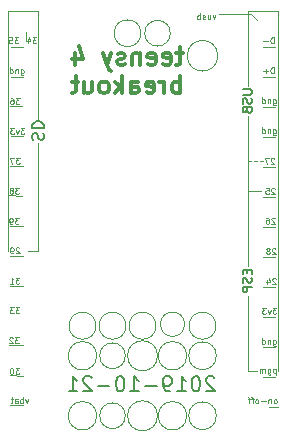
<source format=gbo>
G04 #@! TF.GenerationSoftware,KiCad,Pcbnew,(6.0.5)*
G04 #@! TF.CreationDate,2022-09-25T21:33:28+09:00*
G04 #@! TF.ProjectId,teensy4_header_breakout,7465656e-7379-4345-9f68-65616465725f,rev?*
G04 #@! TF.SameCoordinates,Original*
G04 #@! TF.FileFunction,Legend,Bot*
G04 #@! TF.FilePolarity,Positive*
%FSLAX46Y46*%
G04 Gerber Fmt 4.6, Leading zero omitted, Abs format (unit mm)*
G04 Created by KiCad (PCBNEW (6.0.5)) date 2022-09-25 21:33:28*
%MOMM*%
%LPD*%
G01*
G04 APERTURE LIST*
%ADD10C,0.120000*%
%ADD11C,0.127000*%
%ADD12C,0.076200*%
%ADD13C,0.203200*%
%ADD14C,0.300000*%
%ADD15C,0.150000*%
G04 APERTURE END LIST*
D10*
X156144828Y-114300000D02*
G75*
G03*
X156144828Y-114300000I-1204828J0D01*
G01*
X158565088Y-114300000D02*
G75*
G03*
X158565088Y-114300000I-1085088J0D01*
G01*
X161290000Y-114300000D02*
G75*
G03*
X161290000Y-114300000I-1270000J0D01*
G01*
X163764828Y-114300000D02*
G75*
G03*
X163764828Y-114300000I-1204828J0D01*
G01*
X166270882Y-114300000D02*
G75*
G03*
X166270882Y-114300000I-1170882J0D01*
G01*
X148590000Y-80010000D02*
X151130000Y-80010000D01*
X168910000Y-88900000D02*
X168910000Y-95250000D01*
X171450000Y-110490000D02*
X171450000Y-95250000D01*
X170078400Y-95250000D02*
X168910000Y-95250000D01*
X156083000Y-106680000D02*
G75*
G03*
X156083000Y-106680000I-1143000J0D01*
G01*
X171196000Y-108458000D02*
X170180000Y-108458000D01*
X149809200Y-88061800D02*
X148793200Y-88061800D01*
X171450000Y-80010000D02*
X171450000Y-95250000D01*
X148793200Y-110871000D02*
X149860000Y-110896400D01*
X168910000Y-95250000D02*
X168910000Y-101600000D01*
X171196000Y-88138000D02*
X170180000Y-88138000D01*
X168910000Y-80010000D02*
X171450000Y-80010000D01*
X171196000Y-90678000D02*
X170180000Y-90678000D01*
X168910000Y-80010000D02*
X168910000Y-86360000D01*
X149860000Y-90627200D02*
X148844000Y-90627200D01*
X156144828Y-109220000D02*
G75*
G03*
X156144828Y-109220000I-1204828J0D01*
G01*
X150876000Y-100330000D02*
X150317200Y-100330000D01*
X149860000Y-103276400D02*
X148767800Y-103276400D01*
X149860000Y-100761800D02*
X148793200Y-100761800D01*
X148844000Y-83058000D02*
X149860000Y-83058000D01*
X161163000Y-106680000D02*
G75*
G03*
X161163000Y-106680000I-1143000J0D01*
G01*
X151130000Y-100330000D02*
X151130000Y-91186000D01*
X169164000Y-80264000D02*
X169672000Y-80772000D01*
X171196000Y-110998000D02*
X170180000Y-110998000D01*
X148590000Y-100330000D02*
X148590000Y-80010000D01*
X171196000Y-105918000D02*
X170180000Y-105918000D01*
X166270882Y-109220000D02*
G75*
G03*
X166270882Y-109220000I-1170882J0D01*
G01*
X162375088Y-81915000D02*
G75*
G03*
X162375088Y-81915000I-1085088J0D01*
G01*
X166395151Y-83820000D02*
G75*
G03*
X166395151Y-83820000I-1295151J0D01*
G01*
X166497000Y-80264000D02*
X169164000Y-80264000D01*
X158565088Y-109220000D02*
G75*
G03*
X158565088Y-109220000I-1085088J0D01*
G01*
X149860000Y-93116400D02*
X148793200Y-93116400D01*
X149834600Y-95656400D02*
X148742400Y-95631000D01*
X149885400Y-98221800D02*
X148767800Y-98221800D01*
X171450000Y-113538000D02*
X170688000Y-113538000D01*
X171196000Y-85598000D02*
X170180000Y-85598000D01*
X171196000Y-83058000D02*
X170180000Y-83058000D01*
X161290000Y-109220000D02*
G75*
G03*
X161290000Y-109220000I-1270000J0D01*
G01*
X166243000Y-106680000D02*
G75*
G03*
X166243000Y-106680000I-1143000J0D01*
G01*
X171196000Y-93218000D02*
X170180000Y-93218000D01*
X151130000Y-80010000D02*
X151130000Y-89154000D01*
X148717000Y-108331000D02*
X149860000Y-108331000D01*
X148844000Y-85598000D02*
X149860000Y-85598000D01*
X171196000Y-100838000D02*
X170180000Y-100838000D01*
X159885923Y-81915000D02*
G75*
G03*
X159885923Y-81915000I-1135923J0D01*
G01*
X148767800Y-113385600D02*
X149910800Y-113385600D01*
X169926000Y-92710000D02*
X170180000Y-92710000D01*
X168910000Y-110490000D02*
X169722800Y-110490000D01*
X171196000Y-98298000D02*
X170180000Y-98298000D01*
X171196000Y-103378000D02*
X170180000Y-103378000D01*
X171196000Y-95758000D02*
X170180000Y-95758000D01*
X150876000Y-100330000D02*
X151130000Y-100330000D01*
X169418000Y-92710000D02*
X169672000Y-92710000D01*
X163764828Y-109220000D02*
G75*
G03*
X163764828Y-109220000I-1204828J0D01*
G01*
X168910000Y-92710000D02*
X169164000Y-92710000D01*
X168910000Y-110490000D02*
X168910000Y-104140000D01*
X158623000Y-106680000D02*
G75*
G03*
X158623000Y-106680000I-1143000J0D01*
G01*
X150114000Y-82550000D02*
X150114000Y-81788000D01*
X163583907Y-106553000D02*
G75*
G03*
X163583907Y-106553000I-1023907J0D01*
G01*
D11*
X168855571Y-101962857D02*
X168855571Y-102216857D01*
X169254714Y-102325714D02*
X169254714Y-101962857D01*
X168492714Y-101962857D01*
X168492714Y-102325714D01*
X169218428Y-102616000D02*
X169254714Y-102724857D01*
X169254714Y-102906285D01*
X169218428Y-102978857D01*
X169182142Y-103015142D01*
X169109571Y-103051428D01*
X169037000Y-103051428D01*
X168964428Y-103015142D01*
X168928142Y-102978857D01*
X168891857Y-102906285D01*
X168855571Y-102761142D01*
X168819285Y-102688571D01*
X168783000Y-102652285D01*
X168710428Y-102616000D01*
X168637857Y-102616000D01*
X168565285Y-102652285D01*
X168529000Y-102688571D01*
X168492714Y-102761142D01*
X168492714Y-102942571D01*
X168529000Y-103051428D01*
X169254714Y-103378000D02*
X168492714Y-103378000D01*
X168492714Y-103668285D01*
X168529000Y-103740857D01*
X168565285Y-103777142D01*
X168637857Y-103813428D01*
X168746714Y-103813428D01*
X168819285Y-103777142D01*
X168855571Y-103740857D01*
X168891857Y-103668285D01*
X168891857Y-103378000D01*
D12*
X171202047Y-95070990D02*
X171177857Y-95046800D01*
X171129476Y-95022609D01*
X171008523Y-95022609D01*
X170960142Y-95046800D01*
X170935952Y-95070990D01*
X170911761Y-95119371D01*
X170911761Y-95167752D01*
X170935952Y-95240323D01*
X171226238Y-95530609D01*
X170911761Y-95530609D01*
X170452142Y-95022609D02*
X170694047Y-95022609D01*
X170718238Y-95264514D01*
X170694047Y-95240323D01*
X170645666Y-95216133D01*
X170524714Y-95216133D01*
X170476333Y-95240323D01*
X170452142Y-95264514D01*
X170427952Y-95312895D01*
X170427952Y-95433847D01*
X170452142Y-95482228D01*
X170476333Y-95506419D01*
X170524714Y-95530609D01*
X170645666Y-95530609D01*
X170694047Y-95506419D01*
X170718238Y-95482228D01*
X171227447Y-97585590D02*
X171203257Y-97561400D01*
X171154876Y-97537209D01*
X171033923Y-97537209D01*
X170985542Y-97561400D01*
X170961352Y-97585590D01*
X170937161Y-97633971D01*
X170937161Y-97682352D01*
X170961352Y-97754923D01*
X171251638Y-98045209D01*
X170937161Y-98045209D01*
X170501733Y-97537209D02*
X170598495Y-97537209D01*
X170646876Y-97561400D01*
X170671066Y-97585590D01*
X170719447Y-97658161D01*
X170743638Y-97754923D01*
X170743638Y-97948447D01*
X170719447Y-97996828D01*
X170695257Y-98021019D01*
X170646876Y-98045209D01*
X170550114Y-98045209D01*
X170501733Y-98021019D01*
X170477542Y-97996828D01*
X170453352Y-97948447D01*
X170453352Y-97827495D01*
X170477542Y-97779114D01*
X170501733Y-97754923D01*
X170550114Y-97730733D01*
X170646876Y-97730733D01*
X170695257Y-97754923D01*
X170719447Y-97779114D01*
X170743638Y-97827495D01*
X171278247Y-100150990D02*
X171254057Y-100126800D01*
X171205676Y-100102609D01*
X171084723Y-100102609D01*
X171036342Y-100126800D01*
X171012152Y-100150990D01*
X170987961Y-100199371D01*
X170987961Y-100247752D01*
X171012152Y-100320323D01*
X171302438Y-100610609D01*
X170987961Y-100610609D01*
X170697676Y-100320323D02*
X170746057Y-100296133D01*
X170770247Y-100271942D01*
X170794438Y-100223561D01*
X170794438Y-100199371D01*
X170770247Y-100150990D01*
X170746057Y-100126800D01*
X170697676Y-100102609D01*
X170600914Y-100102609D01*
X170552533Y-100126800D01*
X170528342Y-100150990D01*
X170504152Y-100199371D01*
X170504152Y-100223561D01*
X170528342Y-100271942D01*
X170552533Y-100296133D01*
X170600914Y-100320323D01*
X170697676Y-100320323D01*
X170746057Y-100344514D01*
X170770247Y-100368704D01*
X170794438Y-100417085D01*
X170794438Y-100513847D01*
X170770247Y-100562228D01*
X170746057Y-100586419D01*
X170697676Y-100610609D01*
X170600914Y-100610609D01*
X170552533Y-100586419D01*
X170528342Y-100562228D01*
X170504152Y-100513847D01*
X170504152Y-100417085D01*
X170528342Y-100368704D01*
X170552533Y-100344514D01*
X170600914Y-100320323D01*
X171303647Y-102690990D02*
X171279457Y-102666800D01*
X171231076Y-102642609D01*
X171110123Y-102642609D01*
X171061742Y-102666800D01*
X171037552Y-102690990D01*
X171013361Y-102739371D01*
X171013361Y-102787752D01*
X171037552Y-102860323D01*
X171327838Y-103150609D01*
X171013361Y-103150609D01*
X170577933Y-102811942D02*
X170577933Y-103150609D01*
X170698885Y-102618419D02*
X170819838Y-102981276D01*
X170505361Y-102981276D01*
X171343561Y-105157209D02*
X171029085Y-105157209D01*
X171198419Y-105350733D01*
X171125847Y-105350733D01*
X171077466Y-105374923D01*
X171053276Y-105399114D01*
X171029085Y-105447495D01*
X171029085Y-105568447D01*
X171053276Y-105616828D01*
X171077466Y-105641019D01*
X171125847Y-105665209D01*
X171270990Y-105665209D01*
X171319371Y-105641019D01*
X171343561Y-105616828D01*
X170859752Y-105326542D02*
X170738800Y-105665209D01*
X170617847Y-105326542D01*
X170472704Y-105157209D02*
X170158228Y-105157209D01*
X170327561Y-105350733D01*
X170254990Y-105350733D01*
X170206609Y-105374923D01*
X170182419Y-105399114D01*
X170158228Y-105447495D01*
X170158228Y-105568447D01*
X170182419Y-105616828D01*
X170206609Y-105641019D01*
X170254990Y-105665209D01*
X170400133Y-105665209D01*
X170448514Y-105641019D01*
X170472704Y-105616828D01*
X171064161Y-107891942D02*
X171064161Y-108303180D01*
X171088352Y-108351561D01*
X171112542Y-108375752D01*
X171160923Y-108399942D01*
X171233495Y-108399942D01*
X171281876Y-108375752D01*
X171064161Y-108206419D02*
X171112542Y-108230609D01*
X171209304Y-108230609D01*
X171257685Y-108206419D01*
X171281876Y-108182228D01*
X171306066Y-108133847D01*
X171306066Y-107988704D01*
X171281876Y-107940323D01*
X171257685Y-107916133D01*
X171209304Y-107891942D01*
X171112542Y-107891942D01*
X171064161Y-107916133D01*
X170822257Y-107891942D02*
X170822257Y-108230609D01*
X170822257Y-107940323D02*
X170798066Y-107916133D01*
X170749685Y-107891942D01*
X170677114Y-107891942D01*
X170628733Y-107916133D01*
X170604542Y-107964514D01*
X170604542Y-108230609D01*
X170144923Y-108230609D02*
X170144923Y-107722609D01*
X170144923Y-108206419D02*
X170193304Y-108230609D01*
X170290066Y-108230609D01*
X170338447Y-108206419D01*
X170362638Y-108182228D01*
X170386828Y-108133847D01*
X170386828Y-107988704D01*
X170362638Y-107940323D01*
X170338447Y-107916133D01*
X170290066Y-107891942D01*
X170193304Y-107891942D01*
X170144923Y-107916133D01*
X171289133Y-110304942D02*
X171289133Y-110812942D01*
X171289133Y-110329133D02*
X171240752Y-110304942D01*
X171143990Y-110304942D01*
X171095609Y-110329133D01*
X171071419Y-110353323D01*
X171047228Y-110401704D01*
X171047228Y-110546847D01*
X171071419Y-110595228D01*
X171095609Y-110619419D01*
X171143990Y-110643609D01*
X171240752Y-110643609D01*
X171289133Y-110619419D01*
X170611800Y-110304942D02*
X170611800Y-110716180D01*
X170635990Y-110764561D01*
X170660180Y-110788752D01*
X170708561Y-110812942D01*
X170781133Y-110812942D01*
X170829514Y-110788752D01*
X170611800Y-110619419D02*
X170660180Y-110643609D01*
X170756942Y-110643609D01*
X170805323Y-110619419D01*
X170829514Y-110595228D01*
X170853704Y-110546847D01*
X170853704Y-110401704D01*
X170829514Y-110353323D01*
X170805323Y-110329133D01*
X170756942Y-110304942D01*
X170660180Y-110304942D01*
X170611800Y-110329133D01*
X170369895Y-110643609D02*
X170369895Y-110304942D01*
X170369895Y-110353323D02*
X170345704Y-110329133D01*
X170297323Y-110304942D01*
X170224752Y-110304942D01*
X170176371Y-110329133D01*
X170152180Y-110377514D01*
X170152180Y-110643609D01*
X170152180Y-110377514D02*
X170127990Y-110329133D01*
X170079609Y-110304942D01*
X170007038Y-110304942D01*
X169958657Y-110329133D01*
X169934466Y-110377514D01*
X169934466Y-110643609D01*
X171280666Y-113259809D02*
X171329047Y-113235619D01*
X171353238Y-113211428D01*
X171377428Y-113163047D01*
X171377428Y-113017904D01*
X171353238Y-112969523D01*
X171329047Y-112945333D01*
X171280666Y-112921142D01*
X171208095Y-112921142D01*
X171159714Y-112945333D01*
X171135523Y-112969523D01*
X171111333Y-113017904D01*
X171111333Y-113163047D01*
X171135523Y-113211428D01*
X171159714Y-113235619D01*
X171208095Y-113259809D01*
X171280666Y-113259809D01*
X170893619Y-112921142D02*
X170893619Y-113259809D01*
X170893619Y-112969523D02*
X170869428Y-112945333D01*
X170821047Y-112921142D01*
X170748476Y-112921142D01*
X170700095Y-112945333D01*
X170675904Y-112993714D01*
X170675904Y-113259809D01*
X170434000Y-113066285D02*
X170046952Y-113066285D01*
X169732476Y-113259809D02*
X169780857Y-113235619D01*
X169805047Y-113211428D01*
X169829238Y-113163047D01*
X169829238Y-113017904D01*
X169805047Y-112969523D01*
X169780857Y-112945333D01*
X169732476Y-112921142D01*
X169659904Y-112921142D01*
X169611523Y-112945333D01*
X169587333Y-112969523D01*
X169563142Y-113017904D01*
X169563142Y-113163047D01*
X169587333Y-113211428D01*
X169611523Y-113235619D01*
X169659904Y-113259809D01*
X169732476Y-113259809D01*
X169418000Y-112921142D02*
X169224476Y-112921142D01*
X169345428Y-113259809D02*
X169345428Y-112824380D01*
X169321238Y-112776000D01*
X169272857Y-112751809D01*
X169224476Y-112751809D01*
X169127714Y-112921142D02*
X168934190Y-112921142D01*
X169055142Y-113259809D02*
X169055142Y-112824380D01*
X169030952Y-112776000D01*
X168982571Y-112751809D01*
X168934190Y-112751809D01*
X171064161Y-87521142D02*
X171064161Y-87932380D01*
X171088352Y-87980761D01*
X171112542Y-88004952D01*
X171160923Y-88029142D01*
X171233495Y-88029142D01*
X171281876Y-88004952D01*
X171064161Y-87835619D02*
X171112542Y-87859809D01*
X171209304Y-87859809D01*
X171257685Y-87835619D01*
X171281876Y-87811428D01*
X171306066Y-87763047D01*
X171306066Y-87617904D01*
X171281876Y-87569523D01*
X171257685Y-87545333D01*
X171209304Y-87521142D01*
X171112542Y-87521142D01*
X171064161Y-87545333D01*
X170822257Y-87521142D02*
X170822257Y-87859809D01*
X170822257Y-87569523D02*
X170798066Y-87545333D01*
X170749685Y-87521142D01*
X170677114Y-87521142D01*
X170628733Y-87545333D01*
X170604542Y-87593714D01*
X170604542Y-87859809D01*
X170144923Y-87859809D02*
X170144923Y-87351809D01*
X170144923Y-87835619D02*
X170193304Y-87859809D01*
X170290066Y-87859809D01*
X170338447Y-87835619D01*
X170362638Y-87811428D01*
X170386828Y-87763047D01*
X170386828Y-87617904D01*
X170362638Y-87569523D01*
X170338447Y-87545333D01*
X170290066Y-87521142D01*
X170193304Y-87521142D01*
X170144923Y-87545333D01*
X171064161Y-90061142D02*
X171064161Y-90472380D01*
X171088352Y-90520761D01*
X171112542Y-90544952D01*
X171160923Y-90569142D01*
X171233495Y-90569142D01*
X171281876Y-90544952D01*
X171064161Y-90375619D02*
X171112542Y-90399809D01*
X171209304Y-90399809D01*
X171257685Y-90375619D01*
X171281876Y-90351428D01*
X171306066Y-90303047D01*
X171306066Y-90157904D01*
X171281876Y-90109523D01*
X171257685Y-90085333D01*
X171209304Y-90061142D01*
X171112542Y-90061142D01*
X171064161Y-90085333D01*
X170822257Y-90061142D02*
X170822257Y-90399809D01*
X170822257Y-90109523D02*
X170798066Y-90085333D01*
X170749685Y-90061142D01*
X170677114Y-90061142D01*
X170628733Y-90085333D01*
X170604542Y-90133714D01*
X170604542Y-90399809D01*
X170144923Y-90399809D02*
X170144923Y-89891809D01*
X170144923Y-90375619D02*
X170193304Y-90399809D01*
X170290066Y-90399809D01*
X170338447Y-90375619D01*
X170362638Y-90351428D01*
X170386828Y-90303047D01*
X170386828Y-90157904D01*
X170362638Y-90109523D01*
X170338447Y-90085333D01*
X170290066Y-90061142D01*
X170193304Y-90061142D01*
X170144923Y-90085333D01*
X171135523Y-85319809D02*
X171135523Y-84811809D01*
X171014571Y-84811809D01*
X170942000Y-84836000D01*
X170893619Y-84884380D01*
X170869428Y-84932761D01*
X170845238Y-85029523D01*
X170845238Y-85102095D01*
X170869428Y-85198857D01*
X170893619Y-85247238D01*
X170942000Y-85295619D01*
X171014571Y-85319809D01*
X171135523Y-85319809D01*
X170627523Y-85126285D02*
X170240476Y-85126285D01*
X170434000Y-85319809D02*
X170434000Y-84932761D01*
X171135523Y-82779809D02*
X171135523Y-82271809D01*
X171014571Y-82271809D01*
X170942000Y-82296000D01*
X170893619Y-82344380D01*
X170869428Y-82392761D01*
X170845238Y-82489523D01*
X170845238Y-82562095D01*
X170869428Y-82658857D01*
X170893619Y-82707238D01*
X170942000Y-82755619D01*
X171014571Y-82779809D01*
X171135523Y-82779809D01*
X170627523Y-82586285D02*
X170240476Y-82586285D01*
X166190990Y-80409142D02*
X166070038Y-80747809D01*
X165949085Y-80409142D01*
X165537847Y-80409142D02*
X165537847Y-80747809D01*
X165755561Y-80409142D02*
X165755561Y-80675238D01*
X165731371Y-80723619D01*
X165682990Y-80747809D01*
X165610419Y-80747809D01*
X165562038Y-80723619D01*
X165537847Y-80699428D01*
X165320133Y-80723619D02*
X165271752Y-80747809D01*
X165174990Y-80747809D01*
X165126609Y-80723619D01*
X165102419Y-80675238D01*
X165102419Y-80651047D01*
X165126609Y-80602666D01*
X165174990Y-80578476D01*
X165247561Y-80578476D01*
X165295942Y-80554285D01*
X165320133Y-80505904D01*
X165320133Y-80481714D01*
X165295942Y-80433333D01*
X165247561Y-80409142D01*
X165174990Y-80409142D01*
X165126609Y-80433333D01*
X164884704Y-80747809D02*
X164884704Y-80239809D01*
X164884704Y-80433333D02*
X164836323Y-80409142D01*
X164739561Y-80409142D01*
X164691180Y-80433333D01*
X164666990Y-80457523D01*
X164642800Y-80505904D01*
X164642800Y-80651047D01*
X164666990Y-80699428D01*
X164691180Y-80723619D01*
X164739561Y-80747809D01*
X164836323Y-80747809D01*
X164884704Y-80723619D01*
X149702761Y-84981142D02*
X149702761Y-85392380D01*
X149726952Y-85440761D01*
X149751142Y-85464952D01*
X149799523Y-85489142D01*
X149872095Y-85489142D01*
X149920476Y-85464952D01*
X149702761Y-85295619D02*
X149751142Y-85319809D01*
X149847904Y-85319809D01*
X149896285Y-85295619D01*
X149920476Y-85271428D01*
X149944666Y-85223047D01*
X149944666Y-85077904D01*
X149920476Y-85029523D01*
X149896285Y-85005333D01*
X149847904Y-84981142D01*
X149751142Y-84981142D01*
X149702761Y-85005333D01*
X149460857Y-84981142D02*
X149460857Y-85319809D01*
X149460857Y-85029523D02*
X149436666Y-85005333D01*
X149388285Y-84981142D01*
X149315714Y-84981142D01*
X149267333Y-85005333D01*
X149243142Y-85053714D01*
X149243142Y-85319809D01*
X148783523Y-85319809D02*
X148783523Y-84811809D01*
X148783523Y-85295619D02*
X148831904Y-85319809D01*
X148928666Y-85319809D01*
X148977047Y-85295619D01*
X149001238Y-85271428D01*
X149025428Y-85223047D01*
X149025428Y-85077904D01*
X149001238Y-85029523D01*
X148977047Y-85005333D01*
X148928666Y-84981142D01*
X148831904Y-84981142D01*
X148783523Y-85005333D01*
X149509238Y-82271809D02*
X149194761Y-82271809D01*
X149364095Y-82465333D01*
X149291523Y-82465333D01*
X149243142Y-82489523D01*
X149218952Y-82513714D01*
X149194761Y-82562095D01*
X149194761Y-82683047D01*
X149218952Y-82731428D01*
X149243142Y-82755619D01*
X149291523Y-82779809D01*
X149436666Y-82779809D01*
X149485047Y-82755619D01*
X149509238Y-82731428D01*
X148735142Y-82271809D02*
X148977047Y-82271809D01*
X149001238Y-82513714D01*
X148977047Y-82489523D01*
X148928666Y-82465333D01*
X148807714Y-82465333D01*
X148759333Y-82489523D01*
X148735142Y-82513714D01*
X148710952Y-82562095D01*
X148710952Y-82683047D01*
X148735142Y-82731428D01*
X148759333Y-82755619D01*
X148807714Y-82779809D01*
X148928666Y-82779809D01*
X148977047Y-82755619D01*
X149001238Y-82731428D01*
X151033238Y-82271809D02*
X150718761Y-82271809D01*
X150888095Y-82465333D01*
X150815523Y-82465333D01*
X150767142Y-82489523D01*
X150742952Y-82513714D01*
X150718761Y-82562095D01*
X150718761Y-82683047D01*
X150742952Y-82731428D01*
X150767142Y-82755619D01*
X150815523Y-82779809D01*
X150960666Y-82779809D01*
X151009047Y-82755619D01*
X151033238Y-82731428D01*
X150283333Y-82441142D02*
X150283333Y-82779809D01*
X150404285Y-82247619D02*
X150525238Y-82610476D01*
X150210761Y-82610476D01*
X150007561Y-89942609D02*
X149693085Y-89942609D01*
X149862419Y-90136133D01*
X149789847Y-90136133D01*
X149741466Y-90160323D01*
X149717276Y-90184514D01*
X149693085Y-90232895D01*
X149693085Y-90353847D01*
X149717276Y-90402228D01*
X149741466Y-90426419D01*
X149789847Y-90450609D01*
X149934990Y-90450609D01*
X149983371Y-90426419D01*
X150007561Y-90402228D01*
X149523752Y-90111942D02*
X149402800Y-90450609D01*
X149281847Y-90111942D01*
X149136704Y-89942609D02*
X148822228Y-89942609D01*
X148991561Y-90136133D01*
X148918990Y-90136133D01*
X148870609Y-90160323D01*
X148846419Y-90184514D01*
X148822228Y-90232895D01*
X148822228Y-90353847D01*
X148846419Y-90402228D01*
X148870609Y-90426419D01*
X148918990Y-90450609D01*
X149064133Y-90450609D01*
X149112514Y-90426419D01*
X149136704Y-90402228D01*
X149610838Y-92457209D02*
X149296361Y-92457209D01*
X149465695Y-92650733D01*
X149393123Y-92650733D01*
X149344742Y-92674923D01*
X149320552Y-92699114D01*
X149296361Y-92747495D01*
X149296361Y-92868447D01*
X149320552Y-92916828D01*
X149344742Y-92941019D01*
X149393123Y-92965209D01*
X149538266Y-92965209D01*
X149586647Y-92941019D01*
X149610838Y-92916828D01*
X149127028Y-92457209D02*
X148788361Y-92457209D01*
X149006076Y-92965209D01*
X149560038Y-94997209D02*
X149245561Y-94997209D01*
X149414895Y-95190733D01*
X149342323Y-95190733D01*
X149293942Y-95214923D01*
X149269752Y-95239114D01*
X149245561Y-95287495D01*
X149245561Y-95408447D01*
X149269752Y-95456828D01*
X149293942Y-95481019D01*
X149342323Y-95505209D01*
X149487466Y-95505209D01*
X149535847Y-95481019D01*
X149560038Y-95456828D01*
X148955276Y-95214923D02*
X149003657Y-95190733D01*
X149027847Y-95166542D01*
X149052038Y-95118161D01*
X149052038Y-95093971D01*
X149027847Y-95045590D01*
X149003657Y-95021400D01*
X148955276Y-94997209D01*
X148858514Y-94997209D01*
X148810133Y-95021400D01*
X148785942Y-95045590D01*
X148761752Y-95093971D01*
X148761752Y-95118161D01*
X148785942Y-95166542D01*
X148810133Y-95190733D01*
X148858514Y-95214923D01*
X148955276Y-95214923D01*
X149003657Y-95239114D01*
X149027847Y-95263304D01*
X149052038Y-95311685D01*
X149052038Y-95408447D01*
X149027847Y-95456828D01*
X149003657Y-95481019D01*
X148955276Y-95505209D01*
X148858514Y-95505209D01*
X148810133Y-95481019D01*
X148785942Y-95456828D01*
X148761752Y-95408447D01*
X148761752Y-95311685D01*
X148785942Y-95263304D01*
X148810133Y-95239114D01*
X148858514Y-95214923D01*
X149534638Y-97562609D02*
X149220161Y-97562609D01*
X149389495Y-97756133D01*
X149316923Y-97756133D01*
X149268542Y-97780323D01*
X149244352Y-97804514D01*
X149220161Y-97852895D01*
X149220161Y-97973847D01*
X149244352Y-98022228D01*
X149268542Y-98046419D01*
X149316923Y-98070609D01*
X149462066Y-98070609D01*
X149510447Y-98046419D01*
X149534638Y-98022228D01*
X148978257Y-98070609D02*
X148881495Y-98070609D01*
X148833114Y-98046419D01*
X148808923Y-98022228D01*
X148760542Y-97949657D01*
X148736352Y-97852895D01*
X148736352Y-97659371D01*
X148760542Y-97610990D01*
X148784733Y-97586800D01*
X148833114Y-97562609D01*
X148929876Y-97562609D01*
X148978257Y-97586800D01*
X149002447Y-97610990D01*
X149026638Y-97659371D01*
X149026638Y-97780323D01*
X149002447Y-97828704D01*
X148978257Y-97852895D01*
X148929876Y-97877085D01*
X148833114Y-97877085D01*
X148784733Y-97852895D01*
X148760542Y-97828704D01*
X148736352Y-97780323D01*
X149586647Y-100100190D02*
X149562457Y-100076000D01*
X149514076Y-100051809D01*
X149393123Y-100051809D01*
X149344742Y-100076000D01*
X149320552Y-100100190D01*
X149296361Y-100148571D01*
X149296361Y-100196952D01*
X149320552Y-100269523D01*
X149610838Y-100559809D01*
X149296361Y-100559809D01*
X149054457Y-100559809D02*
X148957695Y-100559809D01*
X148909314Y-100535619D01*
X148885123Y-100511428D01*
X148836742Y-100438857D01*
X148812552Y-100342095D01*
X148812552Y-100148571D01*
X148836742Y-100100190D01*
X148860933Y-100076000D01*
X148909314Y-100051809D01*
X149006076Y-100051809D01*
X149054457Y-100076000D01*
X149078647Y-100100190D01*
X149102838Y-100148571D01*
X149102838Y-100269523D01*
X149078647Y-100317904D01*
X149054457Y-100342095D01*
X149006076Y-100366285D01*
X148909314Y-100366285D01*
X148860933Y-100342095D01*
X148836742Y-100317904D01*
X148812552Y-100269523D01*
X149585438Y-102617209D02*
X149270961Y-102617209D01*
X149440295Y-102810733D01*
X149367723Y-102810733D01*
X149319342Y-102834923D01*
X149295152Y-102859114D01*
X149270961Y-102907495D01*
X149270961Y-103028447D01*
X149295152Y-103076828D01*
X149319342Y-103101019D01*
X149367723Y-103125209D01*
X149512866Y-103125209D01*
X149561247Y-103101019D01*
X149585438Y-103076828D01*
X148787152Y-103125209D02*
X149077438Y-103125209D01*
X148932295Y-103125209D02*
X148932295Y-102617209D01*
X148980676Y-102689780D01*
X149029057Y-102738161D01*
X149077438Y-102762352D01*
X149585438Y-105131809D02*
X149270961Y-105131809D01*
X149440295Y-105325333D01*
X149367723Y-105325333D01*
X149319342Y-105349523D01*
X149295152Y-105373714D01*
X149270961Y-105422095D01*
X149270961Y-105543047D01*
X149295152Y-105591428D01*
X149319342Y-105615619D01*
X149367723Y-105639809D01*
X149512866Y-105639809D01*
X149561247Y-105615619D01*
X149585438Y-105591428D01*
X149101628Y-105131809D02*
X148787152Y-105131809D01*
X148956485Y-105325333D01*
X148883914Y-105325333D01*
X148835533Y-105349523D01*
X148811342Y-105373714D01*
X148787152Y-105422095D01*
X148787152Y-105543047D01*
X148811342Y-105591428D01*
X148835533Y-105615619D01*
X148883914Y-105639809D01*
X149029057Y-105639809D01*
X149077438Y-105615619D01*
X149101628Y-105591428D01*
X149534638Y-107671809D02*
X149220161Y-107671809D01*
X149389495Y-107865333D01*
X149316923Y-107865333D01*
X149268542Y-107889523D01*
X149244352Y-107913714D01*
X149220161Y-107962095D01*
X149220161Y-108083047D01*
X149244352Y-108131428D01*
X149268542Y-108155619D01*
X149316923Y-108179809D01*
X149462066Y-108179809D01*
X149510447Y-108155619D01*
X149534638Y-108131428D01*
X149026638Y-107720190D02*
X149002447Y-107696000D01*
X148954066Y-107671809D01*
X148833114Y-107671809D01*
X148784733Y-107696000D01*
X148760542Y-107720190D01*
X148736352Y-107768571D01*
X148736352Y-107816952D01*
X148760542Y-107889523D01*
X149050828Y-108179809D01*
X148736352Y-108179809D01*
X149585438Y-110262609D02*
X149270961Y-110262609D01*
X149440295Y-110456133D01*
X149367723Y-110456133D01*
X149319342Y-110480323D01*
X149295152Y-110504514D01*
X149270961Y-110552895D01*
X149270961Y-110673847D01*
X149295152Y-110722228D01*
X149319342Y-110746419D01*
X149367723Y-110770609D01*
X149512866Y-110770609D01*
X149561247Y-110746419D01*
X149585438Y-110722228D01*
X148956485Y-110262609D02*
X148908104Y-110262609D01*
X148859723Y-110286800D01*
X148835533Y-110310990D01*
X148811342Y-110359371D01*
X148787152Y-110456133D01*
X148787152Y-110577085D01*
X148811342Y-110673847D01*
X148835533Y-110722228D01*
X148859723Y-110746419D01*
X148908104Y-110770609D01*
X148956485Y-110770609D01*
X149004866Y-110746419D01*
X149029057Y-110722228D01*
X149053247Y-110673847D01*
X149077438Y-110577085D01*
X149077438Y-110456133D01*
X149053247Y-110359371D01*
X149029057Y-110310990D01*
X149004866Y-110286800D01*
X148956485Y-110262609D01*
X150331714Y-112895742D02*
X150210761Y-113234409D01*
X150089809Y-112895742D01*
X149896285Y-113234409D02*
X149896285Y-112726409D01*
X149896285Y-112919933D02*
X149847904Y-112895742D01*
X149751142Y-112895742D01*
X149702761Y-112919933D01*
X149678571Y-112944123D01*
X149654380Y-112992504D01*
X149654380Y-113137647D01*
X149678571Y-113186028D01*
X149702761Y-113210219D01*
X149751142Y-113234409D01*
X149847904Y-113234409D01*
X149896285Y-113210219D01*
X149218952Y-113234409D02*
X149218952Y-112968314D01*
X149243142Y-112919933D01*
X149291523Y-112895742D01*
X149388285Y-112895742D01*
X149436666Y-112919933D01*
X149218952Y-113210219D02*
X149267333Y-113234409D01*
X149388285Y-113234409D01*
X149436666Y-113210219D01*
X149460857Y-113161838D01*
X149460857Y-113113457D01*
X149436666Y-113065076D01*
X149388285Y-113040885D01*
X149267333Y-113040885D01*
X149218952Y-113016695D01*
X149049619Y-112895742D02*
X148856095Y-112895742D01*
X148977047Y-112726409D02*
X148977047Y-113161838D01*
X148952857Y-113210219D01*
X148904476Y-113234409D01*
X148856095Y-113234409D01*
X149610838Y-87402609D02*
X149296361Y-87402609D01*
X149465695Y-87596133D01*
X149393123Y-87596133D01*
X149344742Y-87620323D01*
X149320552Y-87644514D01*
X149296361Y-87692895D01*
X149296361Y-87813847D01*
X149320552Y-87862228D01*
X149344742Y-87886419D01*
X149393123Y-87910609D01*
X149538266Y-87910609D01*
X149586647Y-87886419D01*
X149610838Y-87862228D01*
X148860933Y-87402609D02*
X148957695Y-87402609D01*
X149006076Y-87426800D01*
X149030266Y-87450990D01*
X149078647Y-87523561D01*
X149102838Y-87620323D01*
X149102838Y-87813847D01*
X149078647Y-87862228D01*
X149054457Y-87886419D01*
X149006076Y-87910609D01*
X148909314Y-87910609D01*
X148860933Y-87886419D01*
X148836742Y-87862228D01*
X148812552Y-87813847D01*
X148812552Y-87692895D01*
X148836742Y-87644514D01*
X148860933Y-87620323D01*
X148909314Y-87596133D01*
X149006076Y-87596133D01*
X149054457Y-87620323D01*
X149078647Y-87644514D01*
X149102838Y-87692895D01*
X171151247Y-92530990D02*
X171127057Y-92506800D01*
X171078676Y-92482609D01*
X170957723Y-92482609D01*
X170909342Y-92506800D01*
X170885152Y-92530990D01*
X170860961Y-92579371D01*
X170860961Y-92627752D01*
X170885152Y-92700323D01*
X171175438Y-92990609D01*
X170860961Y-92990609D01*
X170691628Y-92482609D02*
X170352961Y-92482609D01*
X170570676Y-92990609D01*
D13*
X166112371Y-111083876D02*
X166051895Y-111023400D01*
X165930942Y-110962923D01*
X165628561Y-110962923D01*
X165507609Y-111023400D01*
X165447133Y-111083876D01*
X165386657Y-111204828D01*
X165386657Y-111325780D01*
X165447133Y-111507209D01*
X166172847Y-112232923D01*
X165386657Y-112232923D01*
X164600466Y-110962923D02*
X164479514Y-110962923D01*
X164358561Y-111023400D01*
X164298085Y-111083876D01*
X164237609Y-111204828D01*
X164177133Y-111446733D01*
X164177133Y-111749114D01*
X164237609Y-111991019D01*
X164298085Y-112111971D01*
X164358561Y-112172447D01*
X164479514Y-112232923D01*
X164600466Y-112232923D01*
X164721419Y-112172447D01*
X164781895Y-112111971D01*
X164842371Y-111991019D01*
X164902847Y-111749114D01*
X164902847Y-111446733D01*
X164842371Y-111204828D01*
X164781895Y-111083876D01*
X164721419Y-111023400D01*
X164600466Y-110962923D01*
X162967609Y-112232923D02*
X163693323Y-112232923D01*
X163330466Y-112232923D02*
X163330466Y-110962923D01*
X163451419Y-111144352D01*
X163572371Y-111265304D01*
X163693323Y-111325780D01*
X162362847Y-112232923D02*
X162120942Y-112232923D01*
X161999990Y-112172447D01*
X161939514Y-112111971D01*
X161818561Y-111930542D01*
X161758085Y-111688638D01*
X161758085Y-111204828D01*
X161818561Y-111083876D01*
X161879038Y-111023400D01*
X161999990Y-110962923D01*
X162241895Y-110962923D01*
X162362847Y-111023400D01*
X162423323Y-111083876D01*
X162483800Y-111204828D01*
X162483800Y-111507209D01*
X162423323Y-111628161D01*
X162362847Y-111688638D01*
X162241895Y-111749114D01*
X161999990Y-111749114D01*
X161879038Y-111688638D01*
X161818561Y-111628161D01*
X161758085Y-111507209D01*
X161213800Y-111749114D02*
X160246180Y-111749114D01*
X158976180Y-112232923D02*
X159701895Y-112232923D01*
X159339038Y-112232923D02*
X159339038Y-110962923D01*
X159459990Y-111144352D01*
X159580942Y-111265304D01*
X159701895Y-111325780D01*
X158189990Y-110962923D02*
X158069038Y-110962923D01*
X157948085Y-111023400D01*
X157887609Y-111083876D01*
X157827133Y-111204828D01*
X157766657Y-111446733D01*
X157766657Y-111749114D01*
X157827133Y-111991019D01*
X157887609Y-112111971D01*
X157948085Y-112172447D01*
X158069038Y-112232923D01*
X158189990Y-112232923D01*
X158310942Y-112172447D01*
X158371419Y-112111971D01*
X158431895Y-111991019D01*
X158492371Y-111749114D01*
X158492371Y-111446733D01*
X158431895Y-111204828D01*
X158371419Y-111083876D01*
X158310942Y-111023400D01*
X158189990Y-110962923D01*
X157222371Y-111749114D02*
X156254752Y-111749114D01*
X155710466Y-111083876D02*
X155649990Y-111023400D01*
X155529038Y-110962923D01*
X155226657Y-110962923D01*
X155105704Y-111023400D01*
X155045228Y-111083876D01*
X154984752Y-111204828D01*
X154984752Y-111325780D01*
X155045228Y-111507209D01*
X155770942Y-112232923D01*
X154984752Y-112232923D01*
X153775228Y-112232923D02*
X154500942Y-112232923D01*
X154138085Y-112232923D02*
X154138085Y-110962923D01*
X154259038Y-111144352D01*
X154379990Y-111265304D01*
X154500942Y-111325780D01*
D11*
X168492714Y-86668428D02*
X169109571Y-86668428D01*
X169182142Y-86704714D01*
X169218428Y-86741000D01*
X169254714Y-86813571D01*
X169254714Y-86958714D01*
X169218428Y-87031285D01*
X169182142Y-87067571D01*
X169109571Y-87103857D01*
X168492714Y-87103857D01*
X169218428Y-87430428D02*
X169254714Y-87539285D01*
X169254714Y-87720714D01*
X169218428Y-87793285D01*
X169182142Y-87829571D01*
X169109571Y-87865857D01*
X169037000Y-87865857D01*
X168964428Y-87829571D01*
X168928142Y-87793285D01*
X168891857Y-87720714D01*
X168855571Y-87575571D01*
X168819285Y-87503000D01*
X168783000Y-87466714D01*
X168710428Y-87430428D01*
X168637857Y-87430428D01*
X168565285Y-87466714D01*
X168529000Y-87503000D01*
X168492714Y-87575571D01*
X168492714Y-87757000D01*
X168529000Y-87865857D01*
X168855571Y-88446428D02*
X168891857Y-88555285D01*
X168928142Y-88591571D01*
X169000714Y-88627857D01*
X169109571Y-88627857D01*
X169182142Y-88591571D01*
X169218428Y-88555285D01*
X169254714Y-88482714D01*
X169254714Y-88192428D01*
X168492714Y-88192428D01*
X168492714Y-88446428D01*
X168529000Y-88519000D01*
X168565285Y-88555285D01*
X168637857Y-88591571D01*
X168710428Y-88591571D01*
X168783000Y-88555285D01*
X168819285Y-88519000D01*
X168855571Y-88446428D01*
X168855571Y-88192428D01*
D14*
X163438885Y-83586471D02*
X162867457Y-83586471D01*
X163224600Y-83086471D02*
X163224600Y-84372185D01*
X163153171Y-84515042D01*
X163010314Y-84586471D01*
X162867457Y-84586471D01*
X161796028Y-84515042D02*
X161938885Y-84586471D01*
X162224600Y-84586471D01*
X162367457Y-84515042D01*
X162438885Y-84372185D01*
X162438885Y-83800757D01*
X162367457Y-83657900D01*
X162224600Y-83586471D01*
X161938885Y-83586471D01*
X161796028Y-83657900D01*
X161724600Y-83800757D01*
X161724600Y-83943614D01*
X162438885Y-84086471D01*
X160510314Y-84515042D02*
X160653171Y-84586471D01*
X160938885Y-84586471D01*
X161081742Y-84515042D01*
X161153171Y-84372185D01*
X161153171Y-83800757D01*
X161081742Y-83657900D01*
X160938885Y-83586471D01*
X160653171Y-83586471D01*
X160510314Y-83657900D01*
X160438885Y-83800757D01*
X160438885Y-83943614D01*
X161153171Y-84086471D01*
X159796028Y-83586471D02*
X159796028Y-84586471D01*
X159796028Y-83729328D02*
X159724600Y-83657900D01*
X159581742Y-83586471D01*
X159367457Y-83586471D01*
X159224600Y-83657900D01*
X159153171Y-83800757D01*
X159153171Y-84586471D01*
X158510314Y-84515042D02*
X158367457Y-84586471D01*
X158081742Y-84586471D01*
X157938885Y-84515042D01*
X157867457Y-84372185D01*
X157867457Y-84300757D01*
X157938885Y-84157900D01*
X158081742Y-84086471D01*
X158296028Y-84086471D01*
X158438885Y-84015042D01*
X158510314Y-83872185D01*
X158510314Y-83800757D01*
X158438885Y-83657900D01*
X158296028Y-83586471D01*
X158081742Y-83586471D01*
X157938885Y-83657900D01*
X157367457Y-83586471D02*
X157010314Y-84586471D01*
X156653171Y-83586471D02*
X157010314Y-84586471D01*
X157153171Y-84943614D01*
X157224600Y-85015042D01*
X157367457Y-85086471D01*
X154296028Y-83586471D02*
X154296028Y-84586471D01*
X154653171Y-83015042D02*
X155010314Y-84086471D01*
X154081742Y-84086471D01*
X163224600Y-87001471D02*
X163224600Y-85501471D01*
X163224600Y-86072900D02*
X163081742Y-86001471D01*
X162796028Y-86001471D01*
X162653171Y-86072900D01*
X162581742Y-86144328D01*
X162510314Y-86287185D01*
X162510314Y-86715757D01*
X162581742Y-86858614D01*
X162653171Y-86930042D01*
X162796028Y-87001471D01*
X163081742Y-87001471D01*
X163224600Y-86930042D01*
X161867457Y-87001471D02*
X161867457Y-86001471D01*
X161867457Y-86287185D02*
X161796028Y-86144328D01*
X161724600Y-86072900D01*
X161581742Y-86001471D01*
X161438885Y-86001471D01*
X160367457Y-86930042D02*
X160510314Y-87001471D01*
X160796028Y-87001471D01*
X160938885Y-86930042D01*
X161010314Y-86787185D01*
X161010314Y-86215757D01*
X160938885Y-86072900D01*
X160796028Y-86001471D01*
X160510314Y-86001471D01*
X160367457Y-86072900D01*
X160296028Y-86215757D01*
X160296028Y-86358614D01*
X161010314Y-86501471D01*
X159010314Y-87001471D02*
X159010314Y-86215757D01*
X159081742Y-86072900D01*
X159224600Y-86001471D01*
X159510314Y-86001471D01*
X159653171Y-86072900D01*
X159010314Y-86930042D02*
X159153171Y-87001471D01*
X159510314Y-87001471D01*
X159653171Y-86930042D01*
X159724600Y-86787185D01*
X159724600Y-86644328D01*
X159653171Y-86501471D01*
X159510314Y-86430042D01*
X159153171Y-86430042D01*
X159010314Y-86358614D01*
X158296028Y-87001471D02*
X158296028Y-85501471D01*
X158153171Y-86430042D02*
X157724600Y-87001471D01*
X157724600Y-86001471D02*
X158296028Y-86572900D01*
X156867457Y-87001471D02*
X157010314Y-86930042D01*
X157081742Y-86858614D01*
X157153171Y-86715757D01*
X157153171Y-86287185D01*
X157081742Y-86144328D01*
X157010314Y-86072900D01*
X156867457Y-86001471D01*
X156653171Y-86001471D01*
X156510314Y-86072900D01*
X156438885Y-86144328D01*
X156367457Y-86287185D01*
X156367457Y-86715757D01*
X156438885Y-86858614D01*
X156510314Y-86930042D01*
X156653171Y-87001471D01*
X156867457Y-87001471D01*
X155081742Y-86001471D02*
X155081742Y-87001471D01*
X155724600Y-86001471D02*
X155724600Y-86787185D01*
X155653171Y-86930042D01*
X155510314Y-87001471D01*
X155296028Y-87001471D01*
X155153171Y-86930042D01*
X155081742Y-86858614D01*
X154581742Y-86001471D02*
X154010314Y-86001471D01*
X154367457Y-85501471D02*
X154367457Y-86787185D01*
X154296028Y-86930042D01*
X154153171Y-87001471D01*
X154010314Y-87001471D01*
D15*
X150725238Y-90955714D02*
X150677619Y-90812857D01*
X150677619Y-90574761D01*
X150725238Y-90479523D01*
X150772857Y-90431904D01*
X150868095Y-90384285D01*
X150963333Y-90384285D01*
X151058571Y-90431904D01*
X151106190Y-90479523D01*
X151153809Y-90574761D01*
X151201428Y-90765238D01*
X151249047Y-90860476D01*
X151296666Y-90908095D01*
X151391904Y-90955714D01*
X151487142Y-90955714D01*
X151582380Y-90908095D01*
X151630000Y-90860476D01*
X151677619Y-90765238D01*
X151677619Y-90527142D01*
X151630000Y-90384285D01*
X150677619Y-89955714D02*
X151677619Y-89955714D01*
X151677619Y-89717619D01*
X151630000Y-89574761D01*
X151534761Y-89479523D01*
X151439523Y-89431904D01*
X151249047Y-89384285D01*
X151106190Y-89384285D01*
X150915714Y-89431904D01*
X150820476Y-89479523D01*
X150725238Y-89574761D01*
X150677619Y-89717619D01*
X150677619Y-89955714D01*
M02*

</source>
